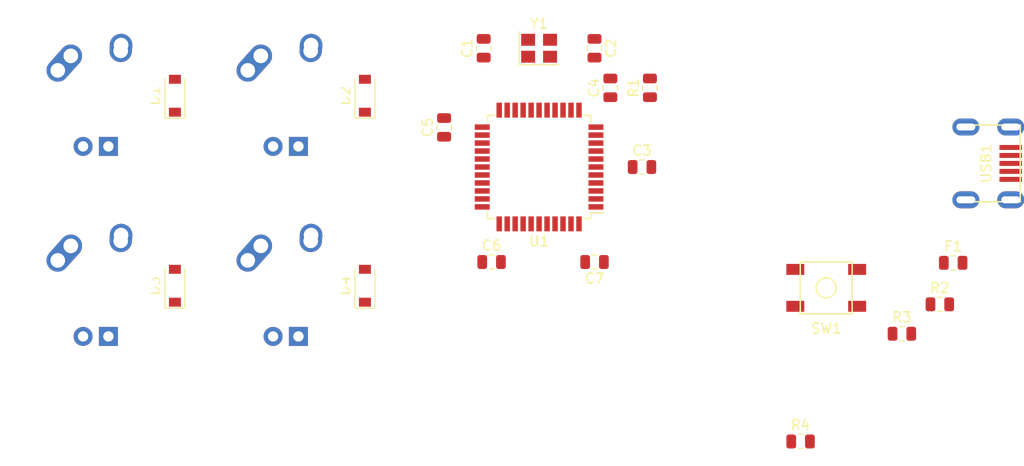
<source format=kicad_pcb>
(kicad_pcb (version 20171130) (host pcbnew "(5.1.4)-1")

  (general
    (thickness 1.6)
    (drawings 0)
    (tracks 0)
    (zones 0)
    (modules 24)
    (nets 49)
  )

  (page A4)
  (layers
    (0 F.Cu signal)
    (31 B.Cu signal)
    (32 B.Adhes user)
    (33 F.Adhes user)
    (34 B.Paste user)
    (35 F.Paste user)
    (36 B.SilkS user)
    (37 F.SilkS user)
    (38 B.Mask user)
    (39 F.Mask user)
    (40 Dwgs.User user)
    (41 Cmts.User user)
    (42 Eco1.User user)
    (43 Eco2.User user)
    (44 Edge.Cuts user)
    (45 Margin user)
    (46 B.CrtYd user)
    (47 F.CrtYd user)
    (48 B.Fab user)
    (49 F.Fab user)
  )

  (setup
    (last_trace_width 0.25)
    (trace_clearance 0.2)
    (zone_clearance 0.508)
    (zone_45_only no)
    (trace_min 0.2)
    (via_size 0.8)
    (via_drill 0.4)
    (via_min_size 0.4)
    (via_min_drill 0.3)
    (uvia_size 0.3)
    (uvia_drill 0.1)
    (uvias_allowed no)
    (uvia_min_size 0.2)
    (uvia_min_drill 0.1)
    (edge_width 0.05)
    (segment_width 0.2)
    (pcb_text_width 0.3)
    (pcb_text_size 1.5 1.5)
    (mod_edge_width 0.12)
    (mod_text_size 1 1)
    (mod_text_width 0.15)
    (pad_size 1.524 1.524)
    (pad_drill 0.762)
    (pad_to_mask_clearance 0.051)
    (solder_mask_min_width 0.25)
    (aux_axis_origin 0 0)
    (visible_elements FFFFFF7F)
    (pcbplotparams
      (layerselection 0x010fc_ffffffff)
      (usegerberextensions false)
      (usegerberattributes false)
      (usegerberadvancedattributes false)
      (creategerberjobfile false)
      (excludeedgelayer true)
      (linewidth 0.100000)
      (plotframeref false)
      (viasonmask false)
      (mode 1)
      (useauxorigin false)
      (hpglpennumber 1)
      (hpglpenspeed 20)
      (hpglpendiameter 15.000000)
      (psnegative false)
      (psa4output false)
      (plotreference true)
      (plotvalue true)
      (plotinvisibletext false)
      (padsonsilk false)
      (subtractmaskfromsilk false)
      (outputformat 1)
      (mirror false)
      (drillshape 1)
      (scaleselection 1)
      (outputdirectory ""))
  )

  (net 0 "")
  (net 1 GND)
  (net 2 +5V)
  (net 3 "Net-(C3-Pad1)")
  (net 4 "Net-(D1-Pad2)")
  (net 5 ROW0)
  (net 6 "Net-(D3-Pad2)")
  (net 7 ROW1)
  (net 8 "Net-(D4-Pad2)")
  (net 9 VCC)
  (net 10 COL0)
  (net 11 COL1)
  (net 12 D-)
  (net 13 D+)
  (net 14 "Net-(R2-Pad1)")
  (net 15 "Net-(R4-Pad2)")
  (net 16 "Net-(U1-Pad42)")
  (net 17 "Net-(U1-Pad41)")
  (net 18 "Net-(U1-Pad40)")
  (net 19 "Net-(U1-Pad39)")
  (net 20 "Net-(U1-Pad38)")
  (net 21 "Net-(U1-Pad37)")
  (net 22 "Net-(U1-Pad36)")
  (net 23 "Net-(U1-Pad32)")
  (net 24 "Net-(U1-Pad31)")
  (net 25 "Net-(U1-Pad30)")
  (net 26 "Net-(U1-Pad29)")
  (net 27 "Net-(U1-Pad28)")
  (net 28 "Net-(U1-Pad27)")
  (net 29 "Net-(U1-Pad26)")
  (net 30 "Net-(U1-Pad25)")
  (net 31 "Net-(U1-Pad22)")
  (net 32 "Net-(U1-Pad21)")
  (net 33 "Net-(U1-Pad20)")
  (net 34 "Net-(U1-Pad19)")
  (net 35 "Net-(U1-Pad18)")
  (net 36 "Net-(U1-Pad12)")
  (net 37 "Net-(U1-Pad11)")
  (net 38 "Net-(U1-Pad10)")
  (net 39 "Net-(U1-Pad9)")
  (net 40 "Net-(U1-Pad8)")
  (net 41 "Net-(U1-Pad1)")
  (net 42 "Net-(USB1-Pad6)")
  (net 43 "Net-(USB1-Pad2)")
  (net 44 "Net-(D2-Pad2)")
  (net 45 "Net-(C1-Pad1)")
  (net 46 "Net-(C2-Pad1)")
  (net 47 "Net-(R1-Pad2)")
  (net 48 "Net-(R3-Pad1)")

  (net_class Default "Esta es la clase de red por defecto."
    (clearance 0.2)
    (trace_width 0.25)
    (via_dia 0.8)
    (via_drill 0.4)
    (uvia_dia 0.3)
    (uvia_drill 0.1)
    (add_net +5V)
    (add_net COL0)
    (add_net COL1)
    (add_net D+)
    (add_net D-)
    (add_net GND)
    (add_net "Net-(C1-Pad1)")
    (add_net "Net-(C2-Pad1)")
    (add_net "Net-(C3-Pad1)")
    (add_net "Net-(D1-Pad2)")
    (add_net "Net-(D2-Pad2)")
    (add_net "Net-(D3-Pad2)")
    (add_net "Net-(D4-Pad2)")
    (add_net "Net-(R1-Pad2)")
    (add_net "Net-(R2-Pad1)")
    (add_net "Net-(R3-Pad1)")
    (add_net "Net-(R4-Pad2)")
    (add_net "Net-(U1-Pad1)")
    (add_net "Net-(U1-Pad10)")
    (add_net "Net-(U1-Pad11)")
    (add_net "Net-(U1-Pad12)")
    (add_net "Net-(U1-Pad18)")
    (add_net "Net-(U1-Pad19)")
    (add_net "Net-(U1-Pad20)")
    (add_net "Net-(U1-Pad21)")
    (add_net "Net-(U1-Pad22)")
    (add_net "Net-(U1-Pad25)")
    (add_net "Net-(U1-Pad26)")
    (add_net "Net-(U1-Pad27)")
    (add_net "Net-(U1-Pad28)")
    (add_net "Net-(U1-Pad29)")
    (add_net "Net-(U1-Pad30)")
    (add_net "Net-(U1-Pad31)")
    (add_net "Net-(U1-Pad32)")
    (add_net "Net-(U1-Pad36)")
    (add_net "Net-(U1-Pad37)")
    (add_net "Net-(U1-Pad38)")
    (add_net "Net-(U1-Pad39)")
    (add_net "Net-(U1-Pad40)")
    (add_net "Net-(U1-Pad41)")
    (add_net "Net-(U1-Pad42)")
    (add_net "Net-(U1-Pad8)")
    (add_net "Net-(U1-Pad9)")
    (add_net "Net-(USB1-Pad2)")
    (add_net "Net-(USB1-Pad6)")
    (add_net ROW0)
    (add_net ROW1)
    (add_net VCC)
  )

  (module Crystal:Crystal_SMD_3225-4Pin_3.2x2.5mm (layer F.Cu) (tedit 5A0FD1B2) (tstamp 608B0F09)
    (at 109.5375 28.575)
    (descr "SMD Crystal SERIES SMD3225/4 http://www.txccrystal.com/images/pdf/7m-accuracy.pdf, 3.2x2.5mm^2 package")
    (tags "SMD SMT crystal")
    (path /609E2E2C)
    (attr smd)
    (fp_text reference Y1 (at 0 -2.45) (layer F.SilkS)
      (effects (font (size 1 1) (thickness 0.15)))
    )
    (fp_text value 16Mhz (at 0 2.45) (layer F.Fab)
      (effects (font (size 1 1) (thickness 0.15)))
    )
    (fp_line (start 2.1 -1.7) (end -2.1 -1.7) (layer F.CrtYd) (width 0.05))
    (fp_line (start 2.1 1.7) (end 2.1 -1.7) (layer F.CrtYd) (width 0.05))
    (fp_line (start -2.1 1.7) (end 2.1 1.7) (layer F.CrtYd) (width 0.05))
    (fp_line (start -2.1 -1.7) (end -2.1 1.7) (layer F.CrtYd) (width 0.05))
    (fp_line (start -2 1.65) (end 2 1.65) (layer F.SilkS) (width 0.12))
    (fp_line (start -2 -1.65) (end -2 1.65) (layer F.SilkS) (width 0.12))
    (fp_line (start -1.6 0.25) (end -0.6 1.25) (layer F.Fab) (width 0.1))
    (fp_line (start 1.6 -1.25) (end -1.6 -1.25) (layer F.Fab) (width 0.1))
    (fp_line (start 1.6 1.25) (end 1.6 -1.25) (layer F.Fab) (width 0.1))
    (fp_line (start -1.6 1.25) (end 1.6 1.25) (layer F.Fab) (width 0.1))
    (fp_line (start -1.6 -1.25) (end -1.6 1.25) (layer F.Fab) (width 0.1))
    (fp_text user %R (at 0 0) (layer F.Fab)
      (effects (font (size 0.7 0.7) (thickness 0.105)))
    )
    (pad 4 smd rect (at -1.1 -0.85) (size 1.4 1.2) (layers F.Cu F.Paste F.Mask)
      (net 1 GND))
    (pad 3 smd rect (at 1.1 -0.85) (size 1.4 1.2) (layers F.Cu F.Paste F.Mask)
      (net 46 "Net-(C2-Pad1)"))
    (pad 2 smd rect (at 1.1 0.85) (size 1.4 1.2) (layers F.Cu F.Paste F.Mask)
      (net 1 GND))
    (pad 1 smd rect (at -1.1 0.85) (size 1.4 1.2) (layers F.Cu F.Paste F.Mask)
      (net 45 "Net-(C1-Pad1)"))
    (model ${KISYS3DMOD}/Crystal.3dshapes/Crystal_SMD_3225-4Pin_3.2x2.5mm.wrl
      (at (xyz 0 0 0))
      (scale (xyz 1 1 1))
      (rotate (xyz 0 0 0))
    )
  )

  (module random-keyboard-parts:Molex-0548190589 (layer F.Cu) (tedit 5C494815) (tstamp 608B0EF5)
    (at 152.324 40.121)
    (path /6091F629)
    (attr smd)
    (fp_text reference USB1 (at 2.032 0 90) (layer F.SilkS)
      (effects (font (size 1 1) (thickness 0.15)))
    )
    (fp_text value Molex-0548190589 (at -5.08 0 90) (layer Dwgs.User)
      (effects (font (size 1 1) (thickness 0.15)))
    )
    (fp_text user %R (at 2 0 90) (layer F.CrtYd)
      (effects (font (size 1 1) (thickness 0.15)))
    )
    (fp_line (start 3.25 -1.25) (end 5.5 -1.25) (layer F.CrtYd) (width 0.15))
    (fp_line (start 5.5 -0.5) (end 3.25 -0.5) (layer F.CrtYd) (width 0.15))
    (fp_line (start 3.25 0.5) (end 5.5 0.5) (layer F.CrtYd) (width 0.15))
    (fp_line (start 5.5 1.25) (end 3.25 1.25) (layer F.CrtYd) (width 0.15))
    (fp_line (start 3.25 2) (end 5.5 2) (layer F.CrtYd) (width 0.15))
    (fp_line (start 3.25 -2) (end 3.25 2) (layer F.CrtYd) (width 0.15))
    (fp_line (start 5.5 -2) (end 3.25 -2) (layer F.CrtYd) (width 0.15))
    (fp_line (start -3.75 3.75) (end -3.75 -3.75) (layer F.CrtYd) (width 0.15))
    (fp_line (start 5.5 3.75) (end -3.75 3.75) (layer F.CrtYd) (width 0.15))
    (fp_line (start 5.5 -3.75) (end 5.5 3.75) (layer F.CrtYd) (width 0.15))
    (fp_line (start -3.75 -3.75) (end 5.5 -3.75) (layer F.CrtYd) (width 0.15))
    (fp_line (start 0 -3.85) (end 5.45 -3.85) (layer F.SilkS) (width 0.15))
    (fp_line (start 0 3.85) (end 5.45 3.85) (layer F.SilkS) (width 0.15))
    (fp_line (start 5.45 -3.85) (end 5.45 3.85) (layer F.SilkS) (width 0.15))
    (fp_line (start -3.75 -3.85) (end 0 -3.85) (layer Dwgs.User) (width 0.15))
    (fp_line (start -3.75 3.85) (end 0 3.85) (layer Dwgs.User) (width 0.15))
    (fp_line (start -1.75 -4.572) (end -1.75 4.572) (layer Dwgs.User) (width 0.15))
    (fp_line (start -3.75 -3.85) (end -3.75 3.85) (layer Dwgs.User) (width 0.15))
    (pad 6 thru_hole oval (at 0 -3.65) (size 2.7 1.7) (drill oval 1.9 0.7) (layers *.Cu *.Mask)
      (net 42 "Net-(USB1-Pad6)"))
    (pad 6 thru_hole oval (at 0 3.65) (size 2.7 1.7) (drill oval 1.9 0.7) (layers *.Cu *.Mask)
      (net 42 "Net-(USB1-Pad6)"))
    (pad 6 thru_hole oval (at 4.5 3.65) (size 2.7 1.7) (drill oval 1.9 0.7) (layers *.Cu *.Mask)
      (net 42 "Net-(USB1-Pad6)"))
    (pad 6 thru_hole oval (at 4.5 -3.65) (size 2.7 1.7) (drill oval 1.9 0.7) (layers *.Cu *.Mask)
      (net 42 "Net-(USB1-Pad6)"))
    (pad 5 smd rect (at 4.5 -1.6) (size 2.25 0.5) (layers F.Cu F.Paste F.Mask)
      (net 9 VCC))
    (pad 4 smd rect (at 4.5 -0.8) (size 2.25 0.5) (layers F.Cu F.Paste F.Mask)
      (net 12 D-))
    (pad 3 smd rect (at 4.5 0) (size 2.25 0.5) (layers F.Cu F.Paste F.Mask)
      (net 13 D+))
    (pad 2 smd rect (at 4.5 0.8) (size 2.25 0.5) (layers F.Cu F.Paste F.Mask)
      (net 43 "Net-(USB1-Pad2)"))
    (pad 1 smd rect (at 4.5 1.6) (size 2.25 0.5) (layers F.Cu F.Paste F.Mask)
      (net 1 GND))
  )

  (module Package_QFP:TQFP-44_10x10mm_P0.8mm (layer F.Cu) (tedit 5A02F146) (tstamp 608B0ED5)
    (at 109.5375 40.48125 180)
    (descr "44-Lead Plastic Thin Quad Flatpack (PT) - 10x10x1.0 mm Body [TQFP] (see Microchip Packaging Specification 00000049BS.pdf)")
    (tags "QFP 0.8")
    (path /608A1561)
    (attr smd)
    (fp_text reference U1 (at 0 -7.45) (layer F.SilkS)
      (effects (font (size 1 1) (thickness 0.15)))
    )
    (fp_text value ATmega32U4-AU (at 0 7.45) (layer F.Fab)
      (effects (font (size 1 1) (thickness 0.15)))
    )
    (fp_line (start -5.175 -4.6) (end -6.45 -4.6) (layer F.SilkS) (width 0.15))
    (fp_line (start 5.175 -5.175) (end 4.5 -5.175) (layer F.SilkS) (width 0.15))
    (fp_line (start 5.175 5.175) (end 4.5 5.175) (layer F.SilkS) (width 0.15))
    (fp_line (start -5.175 5.175) (end -4.5 5.175) (layer F.SilkS) (width 0.15))
    (fp_line (start -5.175 -5.175) (end -4.5 -5.175) (layer F.SilkS) (width 0.15))
    (fp_line (start -5.175 5.175) (end -5.175 4.5) (layer F.SilkS) (width 0.15))
    (fp_line (start 5.175 5.175) (end 5.175 4.5) (layer F.SilkS) (width 0.15))
    (fp_line (start 5.175 -5.175) (end 5.175 -4.5) (layer F.SilkS) (width 0.15))
    (fp_line (start -5.175 -5.175) (end -5.175 -4.6) (layer F.SilkS) (width 0.15))
    (fp_line (start -6.7 6.7) (end 6.7 6.7) (layer F.CrtYd) (width 0.05))
    (fp_line (start -6.7 -6.7) (end 6.7 -6.7) (layer F.CrtYd) (width 0.05))
    (fp_line (start 6.7 -6.7) (end 6.7 6.7) (layer F.CrtYd) (width 0.05))
    (fp_line (start -6.7 -6.7) (end -6.7 6.7) (layer F.CrtYd) (width 0.05))
    (fp_line (start -5 -4) (end -4 -5) (layer F.Fab) (width 0.15))
    (fp_line (start -5 5) (end -5 -4) (layer F.Fab) (width 0.15))
    (fp_line (start 5 5) (end -5 5) (layer F.Fab) (width 0.15))
    (fp_line (start 5 -5) (end 5 5) (layer F.Fab) (width 0.15))
    (fp_line (start -4 -5) (end 5 -5) (layer F.Fab) (width 0.15))
    (fp_text user %R (at 0 0) (layer F.Fab)
      (effects (font (size 1 1) (thickness 0.15)))
    )
    (pad 44 smd rect (at -4 -5.7 270) (size 1.5 0.55) (layers F.Cu F.Paste F.Mask)
      (net 2 +5V))
    (pad 43 smd rect (at -3.2 -5.7 270) (size 1.5 0.55) (layers F.Cu F.Paste F.Mask)
      (net 1 GND))
    (pad 42 smd rect (at -2.4 -5.7 270) (size 1.5 0.55) (layers F.Cu F.Paste F.Mask)
      (net 16 "Net-(U1-Pad42)"))
    (pad 41 smd rect (at -1.6 -5.7 270) (size 1.5 0.55) (layers F.Cu F.Paste F.Mask)
      (net 17 "Net-(U1-Pad41)"))
    (pad 40 smd rect (at -0.8 -5.7 270) (size 1.5 0.55) (layers F.Cu F.Paste F.Mask)
      (net 18 "Net-(U1-Pad40)"))
    (pad 39 smd rect (at 0 -5.7 270) (size 1.5 0.55) (layers F.Cu F.Paste F.Mask)
      (net 19 "Net-(U1-Pad39)"))
    (pad 38 smd rect (at 0.8 -5.7 270) (size 1.5 0.55) (layers F.Cu F.Paste F.Mask)
      (net 20 "Net-(U1-Pad38)"))
    (pad 37 smd rect (at 1.6 -5.7 270) (size 1.5 0.55) (layers F.Cu F.Paste F.Mask)
      (net 21 "Net-(U1-Pad37)"))
    (pad 36 smd rect (at 2.4 -5.7 270) (size 1.5 0.55) (layers F.Cu F.Paste F.Mask)
      (net 22 "Net-(U1-Pad36)"))
    (pad 35 smd rect (at 3.2 -5.7 270) (size 1.5 0.55) (layers F.Cu F.Paste F.Mask)
      (net 1 GND))
    (pad 34 smd rect (at 4 -5.7 270) (size 1.5 0.55) (layers F.Cu F.Paste F.Mask)
      (net 2 +5V))
    (pad 33 smd rect (at 5.7 -4 180) (size 1.5 0.55) (layers F.Cu F.Paste F.Mask)
      (net 15 "Net-(R4-Pad2)"))
    (pad 32 smd rect (at 5.7 -3.2 180) (size 1.5 0.55) (layers F.Cu F.Paste F.Mask)
      (net 23 "Net-(U1-Pad32)"))
    (pad 31 smd rect (at 5.7 -2.4 180) (size 1.5 0.55) (layers F.Cu F.Paste F.Mask)
      (net 24 "Net-(U1-Pad31)"))
    (pad 30 smd rect (at 5.7 -1.6 180) (size 1.5 0.55) (layers F.Cu F.Paste F.Mask)
      (net 25 "Net-(U1-Pad30)"))
    (pad 29 smd rect (at 5.7 -0.8 180) (size 1.5 0.55) (layers F.Cu F.Paste F.Mask)
      (net 26 "Net-(U1-Pad29)"))
    (pad 28 smd rect (at 5.7 0 180) (size 1.5 0.55) (layers F.Cu F.Paste F.Mask)
      (net 27 "Net-(U1-Pad28)"))
    (pad 27 smd rect (at 5.7 0.8 180) (size 1.5 0.55) (layers F.Cu F.Paste F.Mask)
      (net 28 "Net-(U1-Pad27)"))
    (pad 26 smd rect (at 5.7 1.6 180) (size 1.5 0.55) (layers F.Cu F.Paste F.Mask)
      (net 29 "Net-(U1-Pad26)"))
    (pad 25 smd rect (at 5.7 2.4 180) (size 1.5 0.55) (layers F.Cu F.Paste F.Mask)
      (net 30 "Net-(U1-Pad25)"))
    (pad 24 smd rect (at 5.7 3.2 180) (size 1.5 0.55) (layers F.Cu F.Paste F.Mask)
      (net 2 +5V))
    (pad 23 smd rect (at 5.7 4 180) (size 1.5 0.55) (layers F.Cu F.Paste F.Mask)
      (net 1 GND))
    (pad 22 smd rect (at 4 5.7 270) (size 1.5 0.55) (layers F.Cu F.Paste F.Mask)
      (net 31 "Net-(U1-Pad22)"))
    (pad 21 smd rect (at 3.2 5.7 270) (size 1.5 0.55) (layers F.Cu F.Paste F.Mask)
      (net 32 "Net-(U1-Pad21)"))
    (pad 20 smd rect (at 2.4 5.7 270) (size 1.5 0.55) (layers F.Cu F.Paste F.Mask)
      (net 33 "Net-(U1-Pad20)"))
    (pad 19 smd rect (at 1.6 5.7 270) (size 1.5 0.55) (layers F.Cu F.Paste F.Mask)
      (net 34 "Net-(U1-Pad19)"))
    (pad 18 smd rect (at 0.8 5.7 270) (size 1.5 0.55) (layers F.Cu F.Paste F.Mask)
      (net 35 "Net-(U1-Pad18)"))
    (pad 17 smd rect (at 0 5.7 270) (size 1.5 0.55) (layers F.Cu F.Paste F.Mask)
      (net 45 "Net-(C1-Pad1)"))
    (pad 16 smd rect (at -0.8 5.7 270) (size 1.5 0.55) (layers F.Cu F.Paste F.Mask)
      (net 46 "Net-(C2-Pad1)"))
    (pad 15 smd rect (at -1.6 5.7 270) (size 1.5 0.55) (layers F.Cu F.Paste F.Mask)
      (net 1 GND))
    (pad 14 smd rect (at -2.4 5.7 270) (size 1.5 0.55) (layers F.Cu F.Paste F.Mask)
      (net 2 +5V))
    (pad 13 smd rect (at -3.2 5.7 270) (size 1.5 0.55) (layers F.Cu F.Paste F.Mask)
      (net 47 "Net-(R1-Pad2)"))
    (pad 12 smd rect (at -4 5.7 270) (size 1.5 0.55) (layers F.Cu F.Paste F.Mask)
      (net 36 "Net-(U1-Pad12)"))
    (pad 11 smd rect (at -5.7 4 180) (size 1.5 0.55) (layers F.Cu F.Paste F.Mask)
      (net 37 "Net-(U1-Pad11)"))
    (pad 10 smd rect (at -5.7 3.2 180) (size 1.5 0.55) (layers F.Cu F.Paste F.Mask)
      (net 38 "Net-(U1-Pad10)"))
    (pad 9 smd rect (at -5.7 2.4 180) (size 1.5 0.55) (layers F.Cu F.Paste F.Mask)
      (net 39 "Net-(U1-Pad9)"))
    (pad 8 smd rect (at -5.7 1.6 180) (size 1.5 0.55) (layers F.Cu F.Paste F.Mask)
      (net 40 "Net-(U1-Pad8)"))
    (pad 7 smd rect (at -5.7 0.8 180) (size 1.5 0.55) (layers F.Cu F.Paste F.Mask)
      (net 2 +5V))
    (pad 6 smd rect (at -5.7 0 180) (size 1.5 0.55) (layers F.Cu F.Paste F.Mask)
      (net 3 "Net-(C3-Pad1)"))
    (pad 5 smd rect (at -5.7 -0.8 180) (size 1.5 0.55) (layers F.Cu F.Paste F.Mask)
      (net 1 GND))
    (pad 4 smd rect (at -5.7 -1.6 180) (size 1.5 0.55) (layers F.Cu F.Paste F.Mask)
      (net 14 "Net-(R2-Pad1)"))
    (pad 3 smd rect (at -5.7 -2.4 180) (size 1.5 0.55) (layers F.Cu F.Paste F.Mask)
      (net 48 "Net-(R3-Pad1)"))
    (pad 2 smd rect (at -5.7 -3.2 180) (size 1.5 0.55) (layers F.Cu F.Paste F.Mask)
      (net 2 +5V))
    (pad 1 smd rect (at -5.7 -4 180) (size 1.5 0.55) (layers F.Cu F.Paste F.Mask)
      (net 41 "Net-(U1-Pad1)"))
    (model ${KISYS3DMOD}/Package_QFP.3dshapes/TQFP-44_10x10mm_P0.8mm.wrl
      (at (xyz 0 0 0))
      (scale (xyz 1 1 1))
      (rotate (xyz 0 0 0))
    )
  )

  (module random-keyboard-parts:SKQG-1155865 (layer F.Cu) (tedit 5E62B398) (tstamp 608B0E92)
    (at 138.324 52.599)
    (path /60917E54)
    (attr smd)
    (fp_text reference SW1 (at 0 4.064) (layer F.SilkS)
      (effects (font (size 1 1) (thickness 0.15)))
    )
    (fp_text value SW_Push (at 0 -4.064) (layer F.Fab)
      (effects (font (size 1 1) (thickness 0.15)))
    )
    (fp_line (start -2.6 -2.6) (end 2.6 -2.6) (layer F.SilkS) (width 0.15))
    (fp_line (start 2.6 -2.6) (end 2.6 2.6) (layer F.SilkS) (width 0.15))
    (fp_line (start 2.6 2.6) (end -2.6 2.6) (layer F.SilkS) (width 0.15))
    (fp_line (start -2.6 2.6) (end -2.6 -2.6) (layer F.SilkS) (width 0.15))
    (fp_circle (center 0 0) (end 1 0) (layer F.SilkS) (width 0.15))
    (fp_line (start -4.2 -2.6) (end 4.2 -2.6) (layer F.Fab) (width 0.15))
    (fp_line (start 4.2 -2.6) (end 4.2 -1.2) (layer F.Fab) (width 0.15))
    (fp_line (start 4.2 -1.1) (end 2.6 -1.1) (layer F.Fab) (width 0.15))
    (fp_line (start 2.6 -1.1) (end 2.6 1.1) (layer F.Fab) (width 0.15))
    (fp_line (start 2.6 1.1) (end 4.2 1.1) (layer F.Fab) (width 0.15))
    (fp_line (start 4.2 1.1) (end 4.2 2.6) (layer F.Fab) (width 0.15))
    (fp_line (start 4.2 2.6) (end -4.2 2.6) (layer F.Fab) (width 0.15))
    (fp_line (start -4.2 2.6) (end -4.2 1.1) (layer F.Fab) (width 0.15))
    (fp_line (start -4.2 1.1) (end -2.6 1.1) (layer F.Fab) (width 0.15))
    (fp_line (start -2.6 1.1) (end -2.6 -1.1) (layer F.Fab) (width 0.15))
    (fp_line (start -2.6 -1.1) (end -4.2 -1.1) (layer F.Fab) (width 0.15))
    (fp_line (start -4.2 -1.1) (end -4.2 -2.6) (layer F.Fab) (width 0.15))
    (fp_circle (center 0 0) (end 1 0) (layer F.Fab) (width 0.15))
    (fp_line (start -2.6 -1.1) (end -1.1 -2.6) (layer F.Fab) (width 0.15))
    (fp_line (start 2.6 -1.1) (end 1.1 -2.6) (layer F.Fab) (width 0.15))
    (fp_line (start 2.6 1.1) (end 1.1 2.6) (layer F.Fab) (width 0.15))
    (fp_line (start -2.6 1.1) (end -1.1 2.6) (layer F.Fab) (width 0.15))
    (pad 4 smd rect (at -3.1 1.85) (size 1.8 1.1) (layers F.Cu F.Paste F.Mask))
    (pad 3 smd rect (at 3.1 -1.85) (size 1.8 1.1) (layers F.Cu F.Paste F.Mask))
    (pad 2 smd rect (at -3.1 -1.85) (size 1.8 1.1) (layers F.Cu F.Paste F.Mask)
      (net 47 "Net-(R1-Pad2)"))
    (pad 1 smd rect (at 3.1 1.85) (size 1.8 1.1) (layers F.Cu F.Paste F.Mask)
      (net 1 GND))
    (model ${KISYS3DMOD}/Button_Switch_SMD.3dshapes/SW_SPST_TL3342.step
      (at (xyz 0 0 0))
      (scale (xyz 1 1 1))
      (rotate (xyz 0 0 0))
    )
  )

  (module Resistor_SMD:R_0805_2012Metric (layer F.Cu) (tedit 5B36C52B) (tstamp 608B0E74)
    (at 135.754 67.999)
    (descr "Resistor SMD 0805 (2012 Metric), square (rectangular) end terminal, IPC_7351 nominal, (Body size source: https://docs.google.com/spreadsheets/d/1BsfQQcO9C6DZCsRaXUlFlo91Tg2WpOkGARC1WS5S8t0/edit?usp=sharing), generated with kicad-footprint-generator")
    (tags resistor)
    (path /608AF7C0)
    (attr smd)
    (fp_text reference R4 (at 0 -1.65) (layer F.SilkS)
      (effects (font (size 1 1) (thickness 0.15)))
    )
    (fp_text value 10k (at 0 1.65) (layer F.Fab)
      (effects (font (size 1 1) (thickness 0.15)))
    )
    (fp_text user %R (at 0 0) (layer F.Fab)
      (effects (font (size 0.5 0.5) (thickness 0.08)))
    )
    (fp_line (start 1.68 0.95) (end -1.68 0.95) (layer F.CrtYd) (width 0.05))
    (fp_line (start 1.68 -0.95) (end 1.68 0.95) (layer F.CrtYd) (width 0.05))
    (fp_line (start -1.68 -0.95) (end 1.68 -0.95) (layer F.CrtYd) (width 0.05))
    (fp_line (start -1.68 0.95) (end -1.68 -0.95) (layer F.CrtYd) (width 0.05))
    (fp_line (start -0.258578 0.71) (end 0.258578 0.71) (layer F.SilkS) (width 0.12))
    (fp_line (start -0.258578 -0.71) (end 0.258578 -0.71) (layer F.SilkS) (width 0.12))
    (fp_line (start 1 0.6) (end -1 0.6) (layer F.Fab) (width 0.1))
    (fp_line (start 1 -0.6) (end 1 0.6) (layer F.Fab) (width 0.1))
    (fp_line (start -1 -0.6) (end 1 -0.6) (layer F.Fab) (width 0.1))
    (fp_line (start -1 0.6) (end -1 -0.6) (layer F.Fab) (width 0.1))
    (pad 2 smd roundrect (at 0.9375 0) (size 0.975 1.4) (layers F.Cu F.Paste F.Mask) (roundrect_rratio 0.25)
      (net 15 "Net-(R4-Pad2)"))
    (pad 1 smd roundrect (at -0.9375 0) (size 0.975 1.4) (layers F.Cu F.Paste F.Mask) (roundrect_rratio 0.25)
      (net 1 GND))
    (model ${KISYS3DMOD}/Resistor_SMD.3dshapes/R_0805_2012Metric.wrl
      (at (xyz 0 0 0))
      (scale (xyz 1 1 1))
      (rotate (xyz 0 0 0))
    )
  )

  (module Resistor_SMD:R_0805_2012Metric (layer F.Cu) (tedit 5B36C52B) (tstamp 608B0E63)
    (at 120.65 32.54375 90)
    (descr "Resistor SMD 0805 (2012 Metric), square (rectangular) end terminal, IPC_7351 nominal, (Body size source: https://docs.google.com/spreadsheets/d/1BsfQQcO9C6DZCsRaXUlFlo91Tg2WpOkGARC1WS5S8t0/edit?usp=sharing), generated with kicad-footprint-generator")
    (tags resistor)
    (path /6091BF7D)
    (attr smd)
    (fp_text reference R1 (at 0 -1.65 90) (layer F.SilkS)
      (effects (font (size 1 1) (thickness 0.15)))
    )
    (fp_text value 10k (at 0 1.65 90) (layer F.Fab)
      (effects (font (size 1 1) (thickness 0.15)))
    )
    (fp_text user %R (at 0 0 90) (layer F.Fab)
      (effects (font (size 0.5 0.5) (thickness 0.08)))
    )
    (fp_line (start 1.68 0.95) (end -1.68 0.95) (layer F.CrtYd) (width 0.05))
    (fp_line (start 1.68 -0.95) (end 1.68 0.95) (layer F.CrtYd) (width 0.05))
    (fp_line (start -1.68 -0.95) (end 1.68 -0.95) (layer F.CrtYd) (width 0.05))
    (fp_line (start -1.68 0.95) (end -1.68 -0.95) (layer F.CrtYd) (width 0.05))
    (fp_line (start -0.258578 0.71) (end 0.258578 0.71) (layer F.SilkS) (width 0.12))
    (fp_line (start -0.258578 -0.71) (end 0.258578 -0.71) (layer F.SilkS) (width 0.12))
    (fp_line (start 1 0.6) (end -1 0.6) (layer F.Fab) (width 0.1))
    (fp_line (start 1 -0.6) (end 1 0.6) (layer F.Fab) (width 0.1))
    (fp_line (start -1 -0.6) (end 1 -0.6) (layer F.Fab) (width 0.1))
    (fp_line (start -1 0.6) (end -1 -0.6) (layer F.Fab) (width 0.1))
    (pad 2 smd roundrect (at 0.9375 0 90) (size 0.975 1.4) (layers F.Cu F.Paste F.Mask) (roundrect_rratio 0.25)
      (net 47 "Net-(R1-Pad2)"))
    (pad 1 smd roundrect (at -0.9375 0 90) (size 0.975 1.4) (layers F.Cu F.Paste F.Mask) (roundrect_rratio 0.25)
      (net 2 +5V))
    (model ${KISYS3DMOD}/Resistor_SMD.3dshapes/R_0805_2012Metric.wrl
      (at (xyz 0 0 0))
      (scale (xyz 1 1 1))
      (rotate (xyz 0 0 0))
    )
  )

  (module Resistor_SMD:R_0805_2012Metric (layer F.Cu) (tedit 5B36C52B) (tstamp 608B0E52)
    (at 149.714 54.249)
    (descr "Resistor SMD 0805 (2012 Metric), square (rectangular) end terminal, IPC_7351 nominal, (Body size source: https://docs.google.com/spreadsheets/d/1BsfQQcO9C6DZCsRaXUlFlo91Tg2WpOkGARC1WS5S8t0/edit?usp=sharing), generated with kicad-footprint-generator")
    (tags resistor)
    (path /608B2517)
    (attr smd)
    (fp_text reference R2 (at 0 -1.65) (layer F.SilkS)
      (effects (font (size 1 1) (thickness 0.15)))
    )
    (fp_text value 22 (at 0 1.65) (layer F.Fab)
      (effects (font (size 1 1) (thickness 0.15)))
    )
    (fp_text user %R (at 0 0) (layer F.Fab)
      (effects (font (size 0.5 0.5) (thickness 0.08)))
    )
    (fp_line (start 1.68 0.95) (end -1.68 0.95) (layer F.CrtYd) (width 0.05))
    (fp_line (start 1.68 -0.95) (end 1.68 0.95) (layer F.CrtYd) (width 0.05))
    (fp_line (start -1.68 -0.95) (end 1.68 -0.95) (layer F.CrtYd) (width 0.05))
    (fp_line (start -1.68 0.95) (end -1.68 -0.95) (layer F.CrtYd) (width 0.05))
    (fp_line (start -0.258578 0.71) (end 0.258578 0.71) (layer F.SilkS) (width 0.12))
    (fp_line (start -0.258578 -0.71) (end 0.258578 -0.71) (layer F.SilkS) (width 0.12))
    (fp_line (start 1 0.6) (end -1 0.6) (layer F.Fab) (width 0.1))
    (fp_line (start 1 -0.6) (end 1 0.6) (layer F.Fab) (width 0.1))
    (fp_line (start -1 -0.6) (end 1 -0.6) (layer F.Fab) (width 0.1))
    (fp_line (start -1 0.6) (end -1 -0.6) (layer F.Fab) (width 0.1))
    (pad 2 smd roundrect (at 0.9375 0) (size 0.975 1.4) (layers F.Cu F.Paste F.Mask) (roundrect_rratio 0.25)
      (net 13 D+))
    (pad 1 smd roundrect (at -0.9375 0) (size 0.975 1.4) (layers F.Cu F.Paste F.Mask) (roundrect_rratio 0.25)
      (net 14 "Net-(R2-Pad1)"))
    (model ${KISYS3DMOD}/Resistor_SMD.3dshapes/R_0805_2012Metric.wrl
      (at (xyz 0 0 0))
      (scale (xyz 1 1 1))
      (rotate (xyz 0 0 0))
    )
  )

  (module Resistor_SMD:R_0805_2012Metric (layer F.Cu) (tedit 5B36C52B) (tstamp 608B0E41)
    (at 145.914 57.199)
    (descr "Resistor SMD 0805 (2012 Metric), square (rectangular) end terminal, IPC_7351 nominal, (Body size source: https://docs.google.com/spreadsheets/d/1BsfQQcO9C6DZCsRaXUlFlo91Tg2WpOkGARC1WS5S8t0/edit?usp=sharing), generated with kicad-footprint-generator")
    (tags resistor)
    (path /608B2D96)
    (attr smd)
    (fp_text reference R3 (at 0 -1.65) (layer F.SilkS)
      (effects (font (size 1 1) (thickness 0.15)))
    )
    (fp_text value 22 (at 0 1.65) (layer F.Fab)
      (effects (font (size 1 1) (thickness 0.15)))
    )
    (fp_text user %R (at 0 0) (layer F.Fab)
      (effects (font (size 0.5 0.5) (thickness 0.08)))
    )
    (fp_line (start 1.68 0.95) (end -1.68 0.95) (layer F.CrtYd) (width 0.05))
    (fp_line (start 1.68 -0.95) (end 1.68 0.95) (layer F.CrtYd) (width 0.05))
    (fp_line (start -1.68 -0.95) (end 1.68 -0.95) (layer F.CrtYd) (width 0.05))
    (fp_line (start -1.68 0.95) (end -1.68 -0.95) (layer F.CrtYd) (width 0.05))
    (fp_line (start -0.258578 0.71) (end 0.258578 0.71) (layer F.SilkS) (width 0.12))
    (fp_line (start -0.258578 -0.71) (end 0.258578 -0.71) (layer F.SilkS) (width 0.12))
    (fp_line (start 1 0.6) (end -1 0.6) (layer F.Fab) (width 0.1))
    (fp_line (start 1 -0.6) (end 1 0.6) (layer F.Fab) (width 0.1))
    (fp_line (start -1 -0.6) (end 1 -0.6) (layer F.Fab) (width 0.1))
    (fp_line (start -1 0.6) (end -1 -0.6) (layer F.Fab) (width 0.1))
    (pad 2 smd roundrect (at 0.9375 0) (size 0.975 1.4) (layers F.Cu F.Paste F.Mask) (roundrect_rratio 0.25)
      (net 12 D-))
    (pad 1 smd roundrect (at -0.9375 0) (size 0.975 1.4) (layers F.Cu F.Paste F.Mask) (roundrect_rratio 0.25)
      (net 48 "Net-(R3-Pad1)"))
    (model ${KISYS3DMOD}/Resistor_SMD.3dshapes/R_0805_2012Metric.wrl
      (at (xyz 0 0 0))
      (scale (xyz 1 1 1))
      (rotate (xyz 0 0 0))
    )
  )

  (module MX_Alps_Hybrid:MX-1U (layer F.Cu) (tedit 5A9F3A9A) (tstamp 608B0E30)
    (at 84.1375 52.3875)
    (path /60945B4C)
    (fp_text reference MX4 (at 0 3.175) (layer Dwgs.User)
      (effects (font (size 1 1) (thickness 0.15)))
    )
    (fp_text value MX-NoLED (at 0 -7.9375) (layer Dwgs.User)
      (effects (font (size 1 1) (thickness 0.15)))
    )
    (fp_line (start -9.525 9.525) (end -9.525 -9.525) (layer Dwgs.User) (width 0.15))
    (fp_line (start 9.525 9.525) (end -9.525 9.525) (layer Dwgs.User) (width 0.15))
    (fp_line (start 9.525 -9.525) (end 9.525 9.525) (layer Dwgs.User) (width 0.15))
    (fp_line (start -9.525 -9.525) (end 9.525 -9.525) (layer Dwgs.User) (width 0.15))
    (fp_line (start -7 -7) (end -7 -5) (layer Dwgs.User) (width 0.15))
    (fp_line (start -5 -7) (end -7 -7) (layer Dwgs.User) (width 0.15))
    (fp_line (start -7 7) (end -5 7) (layer Dwgs.User) (width 0.15))
    (fp_line (start -7 5) (end -7 7) (layer Dwgs.User) (width 0.15))
    (fp_line (start 7 7) (end 7 5) (layer Dwgs.User) (width 0.15))
    (fp_line (start 5 7) (end 7 7) (layer Dwgs.User) (width 0.15))
    (fp_line (start 7 -7) (end 7 -5) (layer Dwgs.User) (width 0.15))
    (fp_line (start 5 -7) (end 7 -7) (layer Dwgs.User) (width 0.15))
    (pad "" np_thru_hole circle (at 5.08 0 48.0996) (size 1.75 1.75) (drill 1.75) (layers *.Cu *.Mask))
    (pad "" np_thru_hole circle (at -5.08 0 48.0996) (size 1.75 1.75) (drill 1.75) (layers *.Cu *.Mask))
    (pad 4 thru_hole rect (at 1.27 5.08) (size 1.905 1.905) (drill 1.04) (layers *.Cu B.Mask))
    (pad 3 thru_hole circle (at -1.27 5.08) (size 1.905 1.905) (drill 1.04) (layers *.Cu B.Mask))
    (pad 1 thru_hole circle (at -2.5 -4) (size 2.25 2.25) (drill 1.47) (layers *.Cu B.Mask)
      (net 11 COL1))
    (pad "" np_thru_hole circle (at 0 0) (size 3.9878 3.9878) (drill 3.9878) (layers *.Cu *.Mask))
    (pad 1 thru_hole oval (at -3.81 -2.54 48.0996) (size 4.211556 2.25) (drill 1.47 (offset 0.980778 0)) (layers *.Cu B.Mask)
      (net 11 COL1))
    (pad 2 thru_hole circle (at 2.54 -5.08) (size 2.25 2.25) (drill 1.47) (layers *.Cu B.Mask)
      (net 8 "Net-(D4-Pad2)"))
    (pad 2 thru_hole oval (at 2.5 -4.5 86.0548) (size 2.831378 2.25) (drill 1.47 (offset 0.290689 0)) (layers *.Cu B.Mask)
      (net 8 "Net-(D4-Pad2)"))
  )

  (module MX_Alps_Hybrid:MX-1U (layer F.Cu) (tedit 5A9F3A9A) (tstamp 608B0E17)
    (at 65.0875 52.3875)
    (path /60932393)
    (fp_text reference MX3 (at 0 3.175) (layer Dwgs.User)
      (effects (font (size 1 1) (thickness 0.15)))
    )
    (fp_text value MX-NoLED (at 0 -7.9375) (layer Dwgs.User)
      (effects (font (size 1 1) (thickness 0.15)))
    )
    (fp_line (start -9.525 9.525) (end -9.525 -9.525) (layer Dwgs.User) (width 0.15))
    (fp_line (start 9.525 9.525) (end -9.525 9.525) (layer Dwgs.User) (width 0.15))
    (fp_line (start 9.525 -9.525) (end 9.525 9.525) (layer Dwgs.User) (width 0.15))
    (fp_line (start -9.525 -9.525) (end 9.525 -9.525) (layer Dwgs.User) (width 0.15))
    (fp_line (start -7 -7) (end -7 -5) (layer Dwgs.User) (width 0.15))
    (fp_line (start -5 -7) (end -7 -7) (layer Dwgs.User) (width 0.15))
    (fp_line (start -7 7) (end -5 7) (layer Dwgs.User) (width 0.15))
    (fp_line (start -7 5) (end -7 7) (layer Dwgs.User) (width 0.15))
    (fp_line (start 7 7) (end 7 5) (layer Dwgs.User) (width 0.15))
    (fp_line (start 5 7) (end 7 7) (layer Dwgs.User) (width 0.15))
    (fp_line (start 7 -7) (end 7 -5) (layer Dwgs.User) (width 0.15))
    (fp_line (start 5 -7) (end 7 -7) (layer Dwgs.User) (width 0.15))
    (pad "" np_thru_hole circle (at 5.08 0 48.0996) (size 1.75 1.75) (drill 1.75) (layers *.Cu *.Mask))
    (pad "" np_thru_hole circle (at -5.08 0 48.0996) (size 1.75 1.75) (drill 1.75) (layers *.Cu *.Mask))
    (pad 4 thru_hole rect (at 1.27 5.08) (size 1.905 1.905) (drill 1.04) (layers *.Cu B.Mask))
    (pad 3 thru_hole circle (at -1.27 5.08) (size 1.905 1.905) (drill 1.04) (layers *.Cu B.Mask))
    (pad 1 thru_hole circle (at -2.5 -4) (size 2.25 2.25) (drill 1.47) (layers *.Cu B.Mask)
      (net 10 COL0))
    (pad "" np_thru_hole circle (at 0 0) (size 3.9878 3.9878) (drill 3.9878) (layers *.Cu *.Mask))
    (pad 1 thru_hole oval (at -3.81 -2.54 48.0996) (size 4.211556 2.25) (drill 1.47 (offset 0.980778 0)) (layers *.Cu B.Mask)
      (net 10 COL0))
    (pad 2 thru_hole circle (at 2.54 -5.08) (size 2.25 2.25) (drill 1.47) (layers *.Cu B.Mask)
      (net 6 "Net-(D3-Pad2)"))
    (pad 2 thru_hole oval (at 2.5 -4.5 86.0548) (size 2.831378 2.25) (drill 1.47 (offset 0.290689 0)) (layers *.Cu B.Mask)
      (net 6 "Net-(D3-Pad2)"))
  )

  (module MX_Alps_Hybrid:MX-1U (layer F.Cu) (tedit 5A9F3A9A) (tstamp 608B0DFE)
    (at 84.1375 33.3375)
    (path /60958F68)
    (fp_text reference MX2 (at 0 3.175) (layer Dwgs.User)
      (effects (font (size 1 1) (thickness 0.15)))
    )
    (fp_text value MX-NoLED (at 0 -7.9375) (layer Dwgs.User)
      (effects (font (size 1 1) (thickness 0.15)))
    )
    (fp_line (start -9.525 9.525) (end -9.525 -9.525) (layer Dwgs.User) (width 0.15))
    (fp_line (start 9.525 9.525) (end -9.525 9.525) (layer Dwgs.User) (width 0.15))
    (fp_line (start 9.525 -9.525) (end 9.525 9.525) (layer Dwgs.User) (width 0.15))
    (fp_line (start -9.525 -9.525) (end 9.525 -9.525) (layer Dwgs.User) (width 0.15))
    (fp_line (start -7 -7) (end -7 -5) (layer Dwgs.User) (width 0.15))
    (fp_line (start -5 -7) (end -7 -7) (layer Dwgs.User) (width 0.15))
    (fp_line (start -7 7) (end -5 7) (layer Dwgs.User) (width 0.15))
    (fp_line (start -7 5) (end -7 7) (layer Dwgs.User) (width 0.15))
    (fp_line (start 7 7) (end 7 5) (layer Dwgs.User) (width 0.15))
    (fp_line (start 5 7) (end 7 7) (layer Dwgs.User) (width 0.15))
    (fp_line (start 7 -7) (end 7 -5) (layer Dwgs.User) (width 0.15))
    (fp_line (start 5 -7) (end 7 -7) (layer Dwgs.User) (width 0.15))
    (pad "" np_thru_hole circle (at 5.08 0 48.0996) (size 1.75 1.75) (drill 1.75) (layers *.Cu *.Mask))
    (pad "" np_thru_hole circle (at -5.08 0 48.0996) (size 1.75 1.75) (drill 1.75) (layers *.Cu *.Mask))
    (pad 4 thru_hole rect (at 1.27 5.08) (size 1.905 1.905) (drill 1.04) (layers *.Cu B.Mask))
    (pad 3 thru_hole circle (at -1.27 5.08) (size 1.905 1.905) (drill 1.04) (layers *.Cu B.Mask))
    (pad 1 thru_hole circle (at -2.5 -4) (size 2.25 2.25) (drill 1.47) (layers *.Cu B.Mask)
      (net 11 COL1))
    (pad "" np_thru_hole circle (at 0 0) (size 3.9878 3.9878) (drill 3.9878) (layers *.Cu *.Mask))
    (pad 1 thru_hole oval (at -3.81 -2.54 48.0996) (size 4.211556 2.25) (drill 1.47 (offset 0.980778 0)) (layers *.Cu B.Mask)
      (net 11 COL1))
    (pad 2 thru_hole circle (at 2.54 -5.08) (size 2.25 2.25) (drill 1.47) (layers *.Cu B.Mask)
      (net 44 "Net-(D2-Pad2)"))
    (pad 2 thru_hole oval (at 2.5 -4.5 86.0548) (size 2.831378 2.25) (drill 1.47 (offset 0.290689 0)) (layers *.Cu B.Mask)
      (net 44 "Net-(D2-Pad2)"))
  )

  (module MX_Alps_Hybrid:MX-1U (layer F.Cu) (tedit 5A9F3A9A) (tstamp 608B0DE5)
    (at 65.0875 33.3375)
    (path /60958F72)
    (fp_text reference MX1 (at 0 3.175) (layer Dwgs.User)
      (effects (font (size 1 1) (thickness 0.15)))
    )
    (fp_text value MX-NoLED (at 0 -7.9375) (layer Dwgs.User)
      (effects (font (size 1 1) (thickness 0.15)))
    )
    (fp_line (start -9.525 9.525) (end -9.525 -9.525) (layer Dwgs.User) (width 0.15))
    (fp_line (start 9.525 9.525) (end -9.525 9.525) (layer Dwgs.User) (width 0.15))
    (fp_line (start 9.525 -9.525) (end 9.525 9.525) (layer Dwgs.User) (width 0.15))
    (fp_line (start -9.525 -9.525) (end 9.525 -9.525) (layer Dwgs.User) (width 0.15))
    (fp_line (start -7 -7) (end -7 -5) (layer Dwgs.User) (width 0.15))
    (fp_line (start -5 -7) (end -7 -7) (layer Dwgs.User) (width 0.15))
    (fp_line (start -7 7) (end -5 7) (layer Dwgs.User) (width 0.15))
    (fp_line (start -7 5) (end -7 7) (layer Dwgs.User) (width 0.15))
    (fp_line (start 7 7) (end 7 5) (layer Dwgs.User) (width 0.15))
    (fp_line (start 5 7) (end 7 7) (layer Dwgs.User) (width 0.15))
    (fp_line (start 7 -7) (end 7 -5) (layer Dwgs.User) (width 0.15))
    (fp_line (start 5 -7) (end 7 -7) (layer Dwgs.User) (width 0.15))
    (pad "" np_thru_hole circle (at 5.08 0 48.0996) (size 1.75 1.75) (drill 1.75) (layers *.Cu *.Mask))
    (pad "" np_thru_hole circle (at -5.08 0 48.0996) (size 1.75 1.75) (drill 1.75) (layers *.Cu *.Mask))
    (pad 4 thru_hole rect (at 1.27 5.08) (size 1.905 1.905) (drill 1.04) (layers *.Cu B.Mask))
    (pad 3 thru_hole circle (at -1.27 5.08) (size 1.905 1.905) (drill 1.04) (layers *.Cu B.Mask))
    (pad 1 thru_hole circle (at -2.5 -4) (size 2.25 2.25) (drill 1.47) (layers *.Cu B.Mask)
      (net 10 COL0))
    (pad "" np_thru_hole circle (at 0 0) (size 3.9878 3.9878) (drill 3.9878) (layers *.Cu *.Mask))
    (pad 1 thru_hole oval (at -3.81 -2.54 48.0996) (size 4.211556 2.25) (drill 1.47 (offset 0.980778 0)) (layers *.Cu B.Mask)
      (net 10 COL0))
    (pad 2 thru_hole circle (at 2.54 -5.08) (size 2.25 2.25) (drill 1.47) (layers *.Cu B.Mask)
      (net 4 "Net-(D1-Pad2)"))
    (pad 2 thru_hole oval (at 2.5 -4.5 86.0548) (size 2.831378 2.25) (drill 1.47 (offset 0.290689 0)) (layers *.Cu B.Mask)
      (net 4 "Net-(D1-Pad2)"))
  )

  (module Fuse:Fuse_0805_2012Metric (layer F.Cu) (tedit 5B36C52C) (tstamp 608B0DCC)
    (at 151.054 50.089)
    (descr "Fuse SMD 0805 (2012 Metric), square (rectangular) end terminal, IPC_7351 nominal, (Body size source: https://docs.google.com/spreadsheets/d/1BsfQQcO9C6DZCsRaXUlFlo91Tg2WpOkGARC1WS5S8t0/edit?usp=sharing), generated with kicad-footprint-generator")
    (tags resistor)
    (path /609275D1)
    (attr smd)
    (fp_text reference F1 (at 0 -1.65) (layer F.SilkS)
      (effects (font (size 1 1) (thickness 0.15)))
    )
    (fp_text value 500mA (at 0 1.65) (layer F.Fab)
      (effects (font (size 1 1) (thickness 0.15)))
    )
    (fp_text user %R (at 0 0) (layer F.Fab)
      (effects (font (size 0.5 0.5) (thickness 0.08)))
    )
    (fp_line (start 1.68 0.95) (end -1.68 0.95) (layer F.CrtYd) (width 0.05))
    (fp_line (start 1.68 -0.95) (end 1.68 0.95) (layer F.CrtYd) (width 0.05))
    (fp_line (start -1.68 -0.95) (end 1.68 -0.95) (layer F.CrtYd) (width 0.05))
    (fp_line (start -1.68 0.95) (end -1.68 -0.95) (layer F.CrtYd) (width 0.05))
    (fp_line (start -0.258578 0.71) (end 0.258578 0.71) (layer F.SilkS) (width 0.12))
    (fp_line (start -0.258578 -0.71) (end 0.258578 -0.71) (layer F.SilkS) (width 0.12))
    (fp_line (start 1 0.6) (end -1 0.6) (layer F.Fab) (width 0.1))
    (fp_line (start 1 -0.6) (end 1 0.6) (layer F.Fab) (width 0.1))
    (fp_line (start -1 -0.6) (end 1 -0.6) (layer F.Fab) (width 0.1))
    (fp_line (start -1 0.6) (end -1 -0.6) (layer F.Fab) (width 0.1))
    (pad 2 smd roundrect (at 0.9375 0) (size 0.975 1.4) (layers F.Cu F.Paste F.Mask) (roundrect_rratio 0.25)
      (net 9 VCC))
    (pad 1 smd roundrect (at -0.9375 0) (size 0.975 1.4) (layers F.Cu F.Paste F.Mask) (roundrect_rratio 0.25)
      (net 2 +5V))
    (model ${KISYS3DMOD}/Fuse.3dshapes/Fuse_0805_2012Metric.wrl
      (at (xyz 0 0 0))
      (scale (xyz 1 1 1))
      (rotate (xyz 0 0 0))
    )
  )

  (module Diode_SMD:D_SOD-123 (layer F.Cu) (tedit 58645DC7) (tstamp 608B0DBB)
    (at 92.075 33.3375 90)
    (descr SOD-123)
    (tags SOD-123)
    (path /6097465A)
    (attr smd)
    (fp_text reference D2 (at 0 -2 90) (layer F.SilkS)
      (effects (font (size 1 1) (thickness 0.15)))
    )
    (fp_text value SOD-123 (at 0 2.1 90) (layer F.Fab)
      (effects (font (size 1 1) (thickness 0.15)))
    )
    (fp_line (start -2.25 -1) (end 1.65 -1) (layer F.SilkS) (width 0.12))
    (fp_line (start -2.25 1) (end 1.65 1) (layer F.SilkS) (width 0.12))
    (fp_line (start -2.35 -1.15) (end -2.35 1.15) (layer F.CrtYd) (width 0.05))
    (fp_line (start 2.35 1.15) (end -2.35 1.15) (layer F.CrtYd) (width 0.05))
    (fp_line (start 2.35 -1.15) (end 2.35 1.15) (layer F.CrtYd) (width 0.05))
    (fp_line (start -2.35 -1.15) (end 2.35 -1.15) (layer F.CrtYd) (width 0.05))
    (fp_line (start -1.4 -0.9) (end 1.4 -0.9) (layer F.Fab) (width 0.1))
    (fp_line (start 1.4 -0.9) (end 1.4 0.9) (layer F.Fab) (width 0.1))
    (fp_line (start 1.4 0.9) (end -1.4 0.9) (layer F.Fab) (width 0.1))
    (fp_line (start -1.4 0.9) (end -1.4 -0.9) (layer F.Fab) (width 0.1))
    (fp_line (start -0.75 0) (end -0.35 0) (layer F.Fab) (width 0.1))
    (fp_line (start -0.35 0) (end -0.35 -0.55) (layer F.Fab) (width 0.1))
    (fp_line (start -0.35 0) (end -0.35 0.55) (layer F.Fab) (width 0.1))
    (fp_line (start -0.35 0) (end 0.25 -0.4) (layer F.Fab) (width 0.1))
    (fp_line (start 0.25 -0.4) (end 0.25 0.4) (layer F.Fab) (width 0.1))
    (fp_line (start 0.25 0.4) (end -0.35 0) (layer F.Fab) (width 0.1))
    (fp_line (start 0.25 0) (end 0.75 0) (layer F.Fab) (width 0.1))
    (fp_line (start -2.25 -1) (end -2.25 1) (layer F.SilkS) (width 0.12))
    (fp_text user %R (at 0 -2 90) (layer F.Fab)
      (effects (font (size 1 1) (thickness 0.15)))
    )
    (pad 2 smd rect (at 1.65 0 90) (size 0.9 1.2) (layers F.Cu F.Paste F.Mask)
      (net 44 "Net-(D2-Pad2)"))
    (pad 1 smd rect (at -1.65 0 90) (size 0.9 1.2) (layers F.Cu F.Paste F.Mask)
      (net 5 ROW0))
    (model ${KISYS3DMOD}/Diode_SMD.3dshapes/D_SOD-123.wrl
      (at (xyz 0 0 0))
      (scale (xyz 1 1 1))
      (rotate (xyz 0 0 0))
    )
  )

  (module Diode_SMD:D_SOD-123 (layer F.Cu) (tedit 58645DC7) (tstamp 608B0DA2)
    (at 92.075 52.3875 90)
    (descr SOD-123)
    (tags SOD-123)
    (path /60977717)
    (attr smd)
    (fp_text reference D4 (at 0 -2 90) (layer F.SilkS)
      (effects (font (size 1 1) (thickness 0.15)))
    )
    (fp_text value SOD-123 (at 0 2.1 90) (layer F.Fab)
      (effects (font (size 1 1) (thickness 0.15)))
    )
    (fp_line (start -2.25 -1) (end 1.65 -1) (layer F.SilkS) (width 0.12))
    (fp_line (start -2.25 1) (end 1.65 1) (layer F.SilkS) (width 0.12))
    (fp_line (start -2.35 -1.15) (end -2.35 1.15) (layer F.CrtYd) (width 0.05))
    (fp_line (start 2.35 1.15) (end -2.35 1.15) (layer F.CrtYd) (width 0.05))
    (fp_line (start 2.35 -1.15) (end 2.35 1.15) (layer F.CrtYd) (width 0.05))
    (fp_line (start -2.35 -1.15) (end 2.35 -1.15) (layer F.CrtYd) (width 0.05))
    (fp_line (start -1.4 -0.9) (end 1.4 -0.9) (layer F.Fab) (width 0.1))
    (fp_line (start 1.4 -0.9) (end 1.4 0.9) (layer F.Fab) (width 0.1))
    (fp_line (start 1.4 0.9) (end -1.4 0.9) (layer F.Fab) (width 0.1))
    (fp_line (start -1.4 0.9) (end -1.4 -0.9) (layer F.Fab) (width 0.1))
    (fp_line (start -0.75 0) (end -0.35 0) (layer F.Fab) (width 0.1))
    (fp_line (start -0.35 0) (end -0.35 -0.55) (layer F.Fab) (width 0.1))
    (fp_line (start -0.35 0) (end -0.35 0.55) (layer F.Fab) (width 0.1))
    (fp_line (start -0.35 0) (end 0.25 -0.4) (layer F.Fab) (width 0.1))
    (fp_line (start 0.25 -0.4) (end 0.25 0.4) (layer F.Fab) (width 0.1))
    (fp_line (start 0.25 0.4) (end -0.35 0) (layer F.Fab) (width 0.1))
    (fp_line (start 0.25 0) (end 0.75 0) (layer F.Fab) (width 0.1))
    (fp_line (start -2.25 -1) (end -2.25 1) (layer F.SilkS) (width 0.12))
    (fp_text user %R (at 0 -2 90) (layer F.Fab)
      (effects (font (size 1 1) (thickness 0.15)))
    )
    (pad 2 smd rect (at 1.65 0 90) (size 0.9 1.2) (layers F.Cu F.Paste F.Mask)
      (net 8 "Net-(D4-Pad2)"))
    (pad 1 smd rect (at -1.65 0 90) (size 0.9 1.2) (layers F.Cu F.Paste F.Mask)
      (net 7 ROW1))
    (model ${KISYS3DMOD}/Diode_SMD.3dshapes/D_SOD-123.wrl
      (at (xyz 0 0 0))
      (scale (xyz 1 1 1))
      (rotate (xyz 0 0 0))
    )
  )

  (module Diode_SMD:D_SOD-123 (layer F.Cu) (tedit 58645DC7) (tstamp 608B0D89)
    (at 73.025 52.3875 90)
    (descr SOD-123)
    (tags SOD-123)
    (path /60976C6C)
    (attr smd)
    (fp_text reference D3 (at 0 -2 90) (layer F.SilkS)
      (effects (font (size 1 1) (thickness 0.15)))
    )
    (fp_text value SOD-123 (at 0 2.1 90) (layer F.Fab)
      (effects (font (size 1 1) (thickness 0.15)))
    )
    (fp_line (start -2.25 -1) (end 1.65 -1) (layer F.SilkS) (width 0.12))
    (fp_line (start -2.25 1) (end 1.65 1) (layer F.SilkS) (width 0.12))
    (fp_line (start -2.35 -1.15) (end -2.35 1.15) (layer F.CrtYd) (width 0.05))
    (fp_line (start 2.35 1.15) (end -2.35 1.15) (layer F.CrtYd) (width 0.05))
    (fp_line (start 2.35 -1.15) (end 2.35 1.15) (layer F.CrtYd) (width 0.05))
    (fp_line (start -2.35 -1.15) (end 2.35 -1.15) (layer F.CrtYd) (width 0.05))
    (fp_line (start -1.4 -0.9) (end 1.4 -0.9) (layer F.Fab) (width 0.1))
    (fp_line (start 1.4 -0.9) (end 1.4 0.9) (layer F.Fab) (width 0.1))
    (fp_line (start 1.4 0.9) (end -1.4 0.9) (layer F.Fab) (width 0.1))
    (fp_line (start -1.4 0.9) (end -1.4 -0.9) (layer F.Fab) (width 0.1))
    (fp_line (start -0.75 0) (end -0.35 0) (layer F.Fab) (width 0.1))
    (fp_line (start -0.35 0) (end -0.35 -0.55) (layer F.Fab) (width 0.1))
    (fp_line (start -0.35 0) (end -0.35 0.55) (layer F.Fab) (width 0.1))
    (fp_line (start -0.35 0) (end 0.25 -0.4) (layer F.Fab) (width 0.1))
    (fp_line (start 0.25 -0.4) (end 0.25 0.4) (layer F.Fab) (width 0.1))
    (fp_line (start 0.25 0.4) (end -0.35 0) (layer F.Fab) (width 0.1))
    (fp_line (start 0.25 0) (end 0.75 0) (layer F.Fab) (width 0.1))
    (fp_line (start -2.25 -1) (end -2.25 1) (layer F.SilkS) (width 0.12))
    (fp_text user %R (at 0 -2 90) (layer F.Fab)
      (effects (font (size 1 1) (thickness 0.15)))
    )
    (pad 2 smd rect (at 1.65 0 90) (size 0.9 1.2) (layers F.Cu F.Paste F.Mask)
      (net 6 "Net-(D3-Pad2)"))
    (pad 1 smd rect (at -1.65 0 90) (size 0.9 1.2) (layers F.Cu F.Paste F.Mask)
      (net 7 ROW1))
    (model ${KISYS3DMOD}/Diode_SMD.3dshapes/D_SOD-123.wrl
      (at (xyz 0 0 0))
      (scale (xyz 1 1 1))
      (rotate (xyz 0 0 0))
    )
  )

  (module Diode_SMD:D_SOD-123 (layer F.Cu) (tedit 58645DC7) (tstamp 608B0D70)
    (at 73.025 33.3375 90)
    (descr SOD-123)
    (tags SOD-123)
    (path /6096ED27)
    (attr smd)
    (fp_text reference D1 (at 0 -2 90) (layer F.SilkS)
      (effects (font (size 1 1) (thickness 0.15)))
    )
    (fp_text value SOD-123 (at 0 2.1 90) (layer F.Fab)
      (effects (font (size 1 1) (thickness 0.15)))
    )
    (fp_line (start -2.25 -1) (end 1.65 -1) (layer F.SilkS) (width 0.12))
    (fp_line (start -2.25 1) (end 1.65 1) (layer F.SilkS) (width 0.12))
    (fp_line (start -2.35 -1.15) (end -2.35 1.15) (layer F.CrtYd) (width 0.05))
    (fp_line (start 2.35 1.15) (end -2.35 1.15) (layer F.CrtYd) (width 0.05))
    (fp_line (start 2.35 -1.15) (end 2.35 1.15) (layer F.CrtYd) (width 0.05))
    (fp_line (start -2.35 -1.15) (end 2.35 -1.15) (layer F.CrtYd) (width 0.05))
    (fp_line (start -1.4 -0.9) (end 1.4 -0.9) (layer F.Fab) (width 0.1))
    (fp_line (start 1.4 -0.9) (end 1.4 0.9) (layer F.Fab) (width 0.1))
    (fp_line (start 1.4 0.9) (end -1.4 0.9) (layer F.Fab) (width 0.1))
    (fp_line (start -1.4 0.9) (end -1.4 -0.9) (layer F.Fab) (width 0.1))
    (fp_line (start -0.75 0) (end -0.35 0) (layer F.Fab) (width 0.1))
    (fp_line (start -0.35 0) (end -0.35 -0.55) (layer F.Fab) (width 0.1))
    (fp_line (start -0.35 0) (end -0.35 0.55) (layer F.Fab) (width 0.1))
    (fp_line (start -0.35 0) (end 0.25 -0.4) (layer F.Fab) (width 0.1))
    (fp_line (start 0.25 -0.4) (end 0.25 0.4) (layer F.Fab) (width 0.1))
    (fp_line (start 0.25 0.4) (end -0.35 0) (layer F.Fab) (width 0.1))
    (fp_line (start 0.25 0) (end 0.75 0) (layer F.Fab) (width 0.1))
    (fp_line (start -2.25 -1) (end -2.25 1) (layer F.SilkS) (width 0.12))
    (fp_text user %R (at 0 -2 90) (layer F.Fab)
      (effects (font (size 1 1) (thickness 0.15)))
    )
    (pad 2 smd rect (at 1.65 0 90) (size 0.9 1.2) (layers F.Cu F.Paste F.Mask)
      (net 4 "Net-(D1-Pad2)"))
    (pad 1 smd rect (at -1.65 0 90) (size 0.9 1.2) (layers F.Cu F.Paste F.Mask)
      (net 5 ROW0))
    (model ${KISYS3DMOD}/Diode_SMD.3dshapes/D_SOD-123.wrl
      (at (xyz 0 0 0))
      (scale (xyz 1 1 1))
      (rotate (xyz 0 0 0))
    )
  )

  (module Capacitor_SMD:C_0805_2012Metric (layer F.Cu) (tedit 5B36C52B) (tstamp 608B0D57)
    (at 115.09375 50.00625 180)
    (descr "Capacitor SMD 0805 (2012 Metric), square (rectangular) end terminal, IPC_7351 nominal, (Body size source: https://docs.google.com/spreadsheets/d/1BsfQQcO9C6DZCsRaXUlFlo91Tg2WpOkGARC1WS5S8t0/edit?usp=sharing), generated with kicad-footprint-generator")
    (tags capacitor)
    (path /608F7511)
    (attr smd)
    (fp_text reference C7 (at 0 -1.65) (layer F.SilkS)
      (effects (font (size 1 1) (thickness 0.15)))
    )
    (fp_text value 10uF (at 0 1.65) (layer F.Fab)
      (effects (font (size 1 1) (thickness 0.15)))
    )
    (fp_text user %R (at 0 0) (layer F.Fab)
      (effects (font (size 0.5 0.5) (thickness 0.08)))
    )
    (fp_line (start 1.68 0.95) (end -1.68 0.95) (layer F.CrtYd) (width 0.05))
    (fp_line (start 1.68 -0.95) (end 1.68 0.95) (layer F.CrtYd) (width 0.05))
    (fp_line (start -1.68 -0.95) (end 1.68 -0.95) (layer F.CrtYd) (width 0.05))
    (fp_line (start -1.68 0.95) (end -1.68 -0.95) (layer F.CrtYd) (width 0.05))
    (fp_line (start -0.258578 0.71) (end 0.258578 0.71) (layer F.SilkS) (width 0.12))
    (fp_line (start -0.258578 -0.71) (end 0.258578 -0.71) (layer F.SilkS) (width 0.12))
    (fp_line (start 1 0.6) (end -1 0.6) (layer F.Fab) (width 0.1))
    (fp_line (start 1 -0.6) (end 1 0.6) (layer F.Fab) (width 0.1))
    (fp_line (start -1 -0.6) (end 1 -0.6) (layer F.Fab) (width 0.1))
    (fp_line (start -1 0.6) (end -1 -0.6) (layer F.Fab) (width 0.1))
    (pad 2 smd roundrect (at 0.9375 0 180) (size 0.975 1.4) (layers F.Cu F.Paste F.Mask) (roundrect_rratio 0.25)
      (net 1 GND))
    (pad 1 smd roundrect (at -0.9375 0 180) (size 0.975 1.4) (layers F.Cu F.Paste F.Mask) (roundrect_rratio 0.25)
      (net 2 +5V))
    (model ${KISYS3DMOD}/Capacitor_SMD.3dshapes/C_0805_2012Metric.wrl
      (at (xyz 0 0 0))
      (scale (xyz 1 1 1))
      (rotate (xyz 0 0 0))
    )
  )

  (module Capacitor_SMD:C_0805_2012Metric (layer F.Cu) (tedit 5B36C52B) (tstamp 608B0D46)
    (at 119.85625 40.48125)
    (descr "Capacitor SMD 0805 (2012 Metric), square (rectangular) end terminal, IPC_7351 nominal, (Body size source: https://docs.google.com/spreadsheets/d/1BsfQQcO9C6DZCsRaXUlFlo91Tg2WpOkGARC1WS5S8t0/edit?usp=sharing), generated with kicad-footprint-generator")
    (tags capacitor)
    (path /608ED982)
    (attr smd)
    (fp_text reference C3 (at 0 -1.65) (layer F.SilkS)
      (effects (font (size 1 1) (thickness 0.15)))
    )
    (fp_text value 1uF (at 0 1.65) (layer F.Fab)
      (effects (font (size 1 1) (thickness 0.15)))
    )
    (fp_text user %R (at 0 0) (layer F.Fab)
      (effects (font (size 0.5 0.5) (thickness 0.08)))
    )
    (fp_line (start 1.68 0.95) (end -1.68 0.95) (layer F.CrtYd) (width 0.05))
    (fp_line (start 1.68 -0.95) (end 1.68 0.95) (layer F.CrtYd) (width 0.05))
    (fp_line (start -1.68 -0.95) (end 1.68 -0.95) (layer F.CrtYd) (width 0.05))
    (fp_line (start -1.68 0.95) (end -1.68 -0.95) (layer F.CrtYd) (width 0.05))
    (fp_line (start -0.258578 0.71) (end 0.258578 0.71) (layer F.SilkS) (width 0.12))
    (fp_line (start -0.258578 -0.71) (end 0.258578 -0.71) (layer F.SilkS) (width 0.12))
    (fp_line (start 1 0.6) (end -1 0.6) (layer F.Fab) (width 0.1))
    (fp_line (start 1 -0.6) (end 1 0.6) (layer F.Fab) (width 0.1))
    (fp_line (start -1 -0.6) (end 1 -0.6) (layer F.Fab) (width 0.1))
    (fp_line (start -1 0.6) (end -1 -0.6) (layer F.Fab) (width 0.1))
    (pad 2 smd roundrect (at 0.9375 0) (size 0.975 1.4) (layers F.Cu F.Paste F.Mask) (roundrect_rratio 0.25)
      (net 1 GND))
    (pad 1 smd roundrect (at -0.9375 0) (size 0.975 1.4) (layers F.Cu F.Paste F.Mask) (roundrect_rratio 0.25)
      (net 3 "Net-(C3-Pad1)"))
    (model ${KISYS3DMOD}/Capacitor_SMD.3dshapes/C_0805_2012Metric.wrl
      (at (xyz 0 0 0))
      (scale (xyz 1 1 1))
      (rotate (xyz 0 0 0))
    )
  )

  (module Capacitor_SMD:C_0805_2012Metric (layer F.Cu) (tedit 5B36C52B) (tstamp 608B0D35)
    (at 104.775 50.00625)
    (descr "Capacitor SMD 0805 (2012 Metric), square (rectangular) end terminal, IPC_7351 nominal, (Body size source: https://docs.google.com/spreadsheets/d/1BsfQQcO9C6DZCsRaXUlFlo91Tg2WpOkGARC1WS5S8t0/edit?usp=sharing), generated with kicad-footprint-generator")
    (tags capacitor)
    (path /608F9E34)
    (attr smd)
    (fp_text reference C6 (at 0 -1.65) (layer F.SilkS)
      (effects (font (size 1 1) (thickness 0.15)))
    )
    (fp_text value 0.1uF (at 0 1.65) (layer F.Fab)
      (effects (font (size 1 1) (thickness 0.15)))
    )
    (fp_text user %R (at 0 0) (layer F.Fab)
      (effects (font (size 0.5 0.5) (thickness 0.08)))
    )
    (fp_line (start 1.68 0.95) (end -1.68 0.95) (layer F.CrtYd) (width 0.05))
    (fp_line (start 1.68 -0.95) (end 1.68 0.95) (layer F.CrtYd) (width 0.05))
    (fp_line (start -1.68 -0.95) (end 1.68 -0.95) (layer F.CrtYd) (width 0.05))
    (fp_line (start -1.68 0.95) (end -1.68 -0.95) (layer F.CrtYd) (width 0.05))
    (fp_line (start -0.258578 0.71) (end 0.258578 0.71) (layer F.SilkS) (width 0.12))
    (fp_line (start -0.258578 -0.71) (end 0.258578 -0.71) (layer F.SilkS) (width 0.12))
    (fp_line (start 1 0.6) (end -1 0.6) (layer F.Fab) (width 0.1))
    (fp_line (start 1 -0.6) (end 1 0.6) (layer F.Fab) (width 0.1))
    (fp_line (start -1 -0.6) (end 1 -0.6) (layer F.Fab) (width 0.1))
    (fp_line (start -1 0.6) (end -1 -0.6) (layer F.Fab) (width 0.1))
    (pad 2 smd roundrect (at 0.9375 0) (size 0.975 1.4) (layers F.Cu F.Paste F.Mask) (roundrect_rratio 0.25)
      (net 1 GND))
    (pad 1 smd roundrect (at -0.9375 0) (size 0.975 1.4) (layers F.Cu F.Paste F.Mask) (roundrect_rratio 0.25)
      (net 2 +5V))
    (model ${KISYS3DMOD}/Capacitor_SMD.3dshapes/C_0805_2012Metric.wrl
      (at (xyz 0 0 0))
      (scale (xyz 1 1 1))
      (rotate (xyz 0 0 0))
    )
  )

  (module Capacitor_SMD:C_0805_2012Metric (layer F.Cu) (tedit 5B36C52B) (tstamp 608B0D24)
    (at 115.09375 28.575 270)
    (descr "Capacitor SMD 0805 (2012 Metric), square (rectangular) end terminal, IPC_7351 nominal, (Body size source: https://docs.google.com/spreadsheets/d/1BsfQQcO9C6DZCsRaXUlFlo91Tg2WpOkGARC1WS5S8t0/edit?usp=sharing), generated with kicad-footprint-generator")
    (tags capacitor)
    (path /6090C049)
    (attr smd)
    (fp_text reference C2 (at 0 -1.65 90) (layer F.SilkS)
      (effects (font (size 1 1) (thickness 0.15)))
    )
    (fp_text value 22pF (at 0 1.65 90) (layer F.Fab)
      (effects (font (size 1 1) (thickness 0.15)))
    )
    (fp_text user %R (at 0 0 90) (layer F.Fab)
      (effects (font (size 0.5 0.5) (thickness 0.08)))
    )
    (fp_line (start 1.68 0.95) (end -1.68 0.95) (layer F.CrtYd) (width 0.05))
    (fp_line (start 1.68 -0.95) (end 1.68 0.95) (layer F.CrtYd) (width 0.05))
    (fp_line (start -1.68 -0.95) (end 1.68 -0.95) (layer F.CrtYd) (width 0.05))
    (fp_line (start -1.68 0.95) (end -1.68 -0.95) (layer F.CrtYd) (width 0.05))
    (fp_line (start -0.258578 0.71) (end 0.258578 0.71) (layer F.SilkS) (width 0.12))
    (fp_line (start -0.258578 -0.71) (end 0.258578 -0.71) (layer F.SilkS) (width 0.12))
    (fp_line (start 1 0.6) (end -1 0.6) (layer F.Fab) (width 0.1))
    (fp_line (start 1 -0.6) (end 1 0.6) (layer F.Fab) (width 0.1))
    (fp_line (start -1 -0.6) (end 1 -0.6) (layer F.Fab) (width 0.1))
    (fp_line (start -1 0.6) (end -1 -0.6) (layer F.Fab) (width 0.1))
    (pad 2 smd roundrect (at 0.9375 0 270) (size 0.975 1.4) (layers F.Cu F.Paste F.Mask) (roundrect_rratio 0.25)
      (net 1 GND))
    (pad 1 smd roundrect (at -0.9375 0 270) (size 0.975 1.4) (layers F.Cu F.Paste F.Mask) (roundrect_rratio 0.25)
      (net 46 "Net-(C2-Pad1)"))
    (model ${KISYS3DMOD}/Capacitor_SMD.3dshapes/C_0805_2012Metric.wrl
      (at (xyz 0 0 0))
      (scale (xyz 1 1 1))
      (rotate (xyz 0 0 0))
    )
  )

  (module Capacitor_SMD:C_0805_2012Metric (layer F.Cu) (tedit 5B36C52B) (tstamp 608B0D13)
    (at 103.98125 28.575 90)
    (descr "Capacitor SMD 0805 (2012 Metric), square (rectangular) end terminal, IPC_7351 nominal, (Body size source: https://docs.google.com/spreadsheets/d/1BsfQQcO9C6DZCsRaXUlFlo91Tg2WpOkGARC1WS5S8t0/edit?usp=sharing), generated with kicad-footprint-generator")
    (tags capacitor)
    (path /6090AD00)
    (attr smd)
    (fp_text reference C1 (at 0 -1.65 90) (layer F.SilkS)
      (effects (font (size 1 1) (thickness 0.15)))
    )
    (fp_text value 22pF (at 0 1.65 90) (layer F.Fab)
      (effects (font (size 1 1) (thickness 0.15)))
    )
    (fp_text user %R (at 0 0 90) (layer F.Fab)
      (effects (font (size 0.5 0.5) (thickness 0.08)))
    )
    (fp_line (start 1.68 0.95) (end -1.68 0.95) (layer F.CrtYd) (width 0.05))
    (fp_line (start 1.68 -0.95) (end 1.68 0.95) (layer F.CrtYd) (width 0.05))
    (fp_line (start -1.68 -0.95) (end 1.68 -0.95) (layer F.CrtYd) (width 0.05))
    (fp_line (start -1.68 0.95) (end -1.68 -0.95) (layer F.CrtYd) (width 0.05))
    (fp_line (start -0.258578 0.71) (end 0.258578 0.71) (layer F.SilkS) (width 0.12))
    (fp_line (start -0.258578 -0.71) (end 0.258578 -0.71) (layer F.SilkS) (width 0.12))
    (fp_line (start 1 0.6) (end -1 0.6) (layer F.Fab) (width 0.1))
    (fp_line (start 1 -0.6) (end 1 0.6) (layer F.Fab) (width 0.1))
    (fp_line (start -1 -0.6) (end 1 -0.6) (layer F.Fab) (width 0.1))
    (fp_line (start -1 0.6) (end -1 -0.6) (layer F.Fab) (width 0.1))
    (pad 2 smd roundrect (at 0.9375 0 90) (size 0.975 1.4) (layers F.Cu F.Paste F.Mask) (roundrect_rratio 0.25)
      (net 1 GND))
    (pad 1 smd roundrect (at -0.9375 0 90) (size 0.975 1.4) (layers F.Cu F.Paste F.Mask) (roundrect_rratio 0.25)
      (net 45 "Net-(C1-Pad1)"))
    (model ${KISYS3DMOD}/Capacitor_SMD.3dshapes/C_0805_2012Metric.wrl
      (at (xyz 0 0 0))
      (scale (xyz 1 1 1))
      (rotate (xyz 0 0 0))
    )
  )

  (module Capacitor_SMD:C_0805_2012Metric (layer F.Cu) (tedit 5B36C52B) (tstamp 608B0D02)
    (at 100.0125 36.5125 90)
    (descr "Capacitor SMD 0805 (2012 Metric), square (rectangular) end terminal, IPC_7351 nominal, (Body size source: https://docs.google.com/spreadsheets/d/1BsfQQcO9C6DZCsRaXUlFlo91Tg2WpOkGARC1WS5S8t0/edit?usp=sharing), generated with kicad-footprint-generator")
    (tags capacitor)
    (path /608FE427)
    (attr smd)
    (fp_text reference C5 (at 0 -1.65 90) (layer F.SilkS)
      (effects (font (size 1 1) (thickness 0.15)))
    )
    (fp_text value 0.1uF (at 0 1.65 90) (layer F.Fab)
      (effects (font (size 1 1) (thickness 0.15)))
    )
    (fp_text user %R (at 0 0 90) (layer F.Fab)
      (effects (font (size 0.5 0.5) (thickness 0.08)))
    )
    (fp_line (start 1.68 0.95) (end -1.68 0.95) (layer F.CrtYd) (width 0.05))
    (fp_line (start 1.68 -0.95) (end 1.68 0.95) (layer F.CrtYd) (width 0.05))
    (fp_line (start -1.68 -0.95) (end 1.68 -0.95) (layer F.CrtYd) (width 0.05))
    (fp_line (start -1.68 0.95) (end -1.68 -0.95) (layer F.CrtYd) (width 0.05))
    (fp_line (start -0.258578 0.71) (end 0.258578 0.71) (layer F.SilkS) (width 0.12))
    (fp_line (start -0.258578 -0.71) (end 0.258578 -0.71) (layer F.SilkS) (width 0.12))
    (fp_line (start 1 0.6) (end -1 0.6) (layer F.Fab) (width 0.1))
    (fp_line (start 1 -0.6) (end 1 0.6) (layer F.Fab) (width 0.1))
    (fp_line (start -1 -0.6) (end 1 -0.6) (layer F.Fab) (width 0.1))
    (fp_line (start -1 0.6) (end -1 -0.6) (layer F.Fab) (width 0.1))
    (pad 2 smd roundrect (at 0.9375 0 90) (size 0.975 1.4) (layers F.Cu F.Paste F.Mask) (roundrect_rratio 0.25)
      (net 1 GND))
    (pad 1 smd roundrect (at -0.9375 0 90) (size 0.975 1.4) (layers F.Cu F.Paste F.Mask) (roundrect_rratio 0.25)
      (net 2 +5V))
    (model ${KISYS3DMOD}/Capacitor_SMD.3dshapes/C_0805_2012Metric.wrl
      (at (xyz 0 0 0))
      (scale (xyz 1 1 1))
      (rotate (xyz 0 0 0))
    )
  )

  (module Capacitor_SMD:C_0805_2012Metric (layer F.Cu) (tedit 5B36C52B) (tstamp 608B0CF1)
    (at 116.68125 32.54375 90)
    (descr "Capacitor SMD 0805 (2012 Metric), square (rectangular) end terminal, IPC_7351 nominal, (Body size source: https://docs.google.com/spreadsheets/d/1BsfQQcO9C6DZCsRaXUlFlo91Tg2WpOkGARC1WS5S8t0/edit?usp=sharing), generated with kicad-footprint-generator")
    (tags capacitor)
    (path /608FF7BF)
    (attr smd)
    (fp_text reference C4 (at 0 -1.65 90) (layer F.SilkS)
      (effects (font (size 1 1) (thickness 0.15)))
    )
    (fp_text value 0.1uF (at 0 1.65 90) (layer F.Fab)
      (effects (font (size 1 1) (thickness 0.15)))
    )
    (fp_text user %R (at 0 0 90) (layer F.Fab)
      (effects (font (size 0.5 0.5) (thickness 0.08)))
    )
    (fp_line (start 1.68 0.95) (end -1.68 0.95) (layer F.CrtYd) (width 0.05))
    (fp_line (start 1.68 -0.95) (end 1.68 0.95) (layer F.CrtYd) (width 0.05))
    (fp_line (start -1.68 -0.95) (end 1.68 -0.95) (layer F.CrtYd) (width 0.05))
    (fp_line (start -1.68 0.95) (end -1.68 -0.95) (layer F.CrtYd) (width 0.05))
    (fp_line (start -0.258578 0.71) (end 0.258578 0.71) (layer F.SilkS) (width 0.12))
    (fp_line (start -0.258578 -0.71) (end 0.258578 -0.71) (layer F.SilkS) (width 0.12))
    (fp_line (start 1 0.6) (end -1 0.6) (layer F.Fab) (width 0.1))
    (fp_line (start 1 -0.6) (end 1 0.6) (layer F.Fab) (width 0.1))
    (fp_line (start -1 -0.6) (end 1 -0.6) (layer F.Fab) (width 0.1))
    (fp_line (start -1 0.6) (end -1 -0.6) (layer F.Fab) (width 0.1))
    (pad 2 smd roundrect (at 0.9375 0 90) (size 0.975 1.4) (layers F.Cu F.Paste F.Mask) (roundrect_rratio 0.25)
      (net 1 GND))
    (pad 1 smd roundrect (at -0.9375 0 90) (size 0.975 1.4) (layers F.Cu F.Paste F.Mask) (roundrect_rratio 0.25)
      (net 2 +5V))
    (model ${KISYS3DMOD}/Capacitor_SMD.3dshapes/C_0805_2012Metric.wrl
      (at (xyz 0 0 0))
      (scale (xyz 1 1 1))
      (rotate (xyz 0 0 0))
    )
  )

)

</source>
